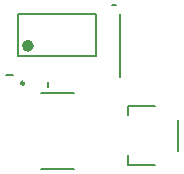
<source format=gbr>
%TF.GenerationSoftware,Altium Limited,Altium Designer,25.8.1 (18)*%
G04 Layer_Color=65535*
%FSLAX45Y45*%
%MOMM*%
%TF.SameCoordinates,F397BE87-363C-4AE2-8B00-A23A2701063B*%
%TF.FilePolarity,Positive*%
%TF.FileFunction,Legend,Top*%
%TF.Part,Single*%
G01*
G75*
%TA.AperFunction,NonConductor*%
%ADD29C,0.50000*%
%ADD30C,0.25000*%
%ADD31C,0.20000*%
%ADD32C,0.15000*%
%ADD33C,0.12700*%
D29*
X2444500Y3234900D02*
G03*
X2444500Y3234900I-25000J0D01*
G01*
D30*
X2387000Y2917400D02*
G03*
X2387000Y2917400I-12500J0D01*
G01*
D31*
X2337000Y3152400D02*
X2997000D01*
Y3502400D01*
X2337000D02*
X2997000D01*
X2337000Y3152400D02*
Y3502400D01*
X3267300Y2226500D02*
Y2306500D01*
Y2226500D02*
X3492300D01*
X3692300Y2346500D02*
Y2606500D01*
X3267300Y2646500D02*
Y2726500D01*
X3492300D01*
X2230600Y2984500D02*
X2290600D01*
D32*
X3129600Y3581400D02*
X3169600D01*
X2590800Y2888300D02*
Y2928300D01*
D33*
X3203100Y2974500D02*
Y3502500D01*
X2526500Y2191100D02*
X2807500D01*
X2526500Y2838100D02*
X2807500D01*
%TF.MD5,6b4b27d576ce7448b46f4207c79d9661*%
M02*

</source>
